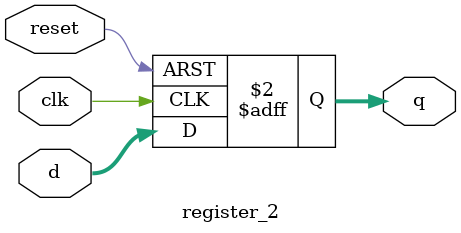
<source format=v>
`timescale 1ns/1ns

`celldefine
module register_1 (clk ,reset ,d ,q);
	
	input clk,reset;
	input  [3 : 0] d;
	output reg [3 : 0] q;
  
	always @ (posedge(clk),posedge(reset))
	begin
	if (reset)
		q <= 0;
	else
		q <= d;
	end
endmodule
`endcelldefine

`celldefine
module register_2 (clk ,reset ,d ,q);
	
	input clk,reset;
	input  [1 : 0] d;
	output reg [1 : 0] q;
  
	always @ (posedge(clk),posedge(reset))
	begin
	if (reset)
		q <= 0;
	else
		q <= d;
	end
endmodule
`endcelldefine

</source>
